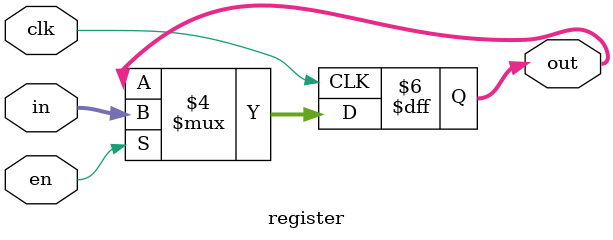
<source format=v>
`timescale 1ns / 1ps


module register(
    input [3:0] in,
    input en,
    input clk,//ÉÏÉýÑØÓÐÐ§
    output reg [3:0] out
    );
    always @(posedge clk) begin
            if(en==1) out=in;
    end
endmodule


</source>
